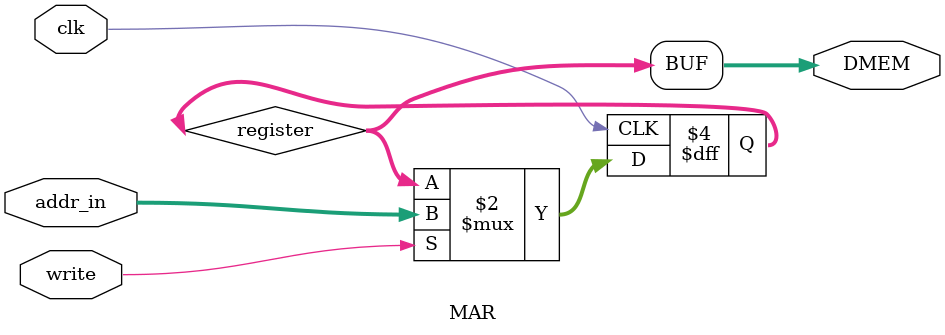
<source format=v>

module MAR (input clk, write,
            input [23:0] addr_in,
            output [23:0] DMEM    
);
    reg [23:0] register ;

    assign DMEM = register ;

    always @(posedge clk ) begin
        if (write) begin
            register <= addr_in ;
        end
    end

endmodule //MAR
</source>
